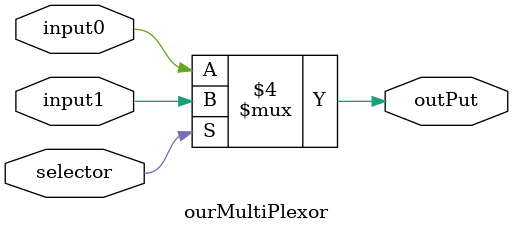
<source format=v>
module ourMultiPlexor(input0, input1, selector, outPut);

 input input0, input1, selector;
 output reg outPut;

 always @(selector)
  begin 
   if (selector == 1'b0)
    outPut <= input0;
   else
    outPut <= input1;
  end

endmodule 

</source>
